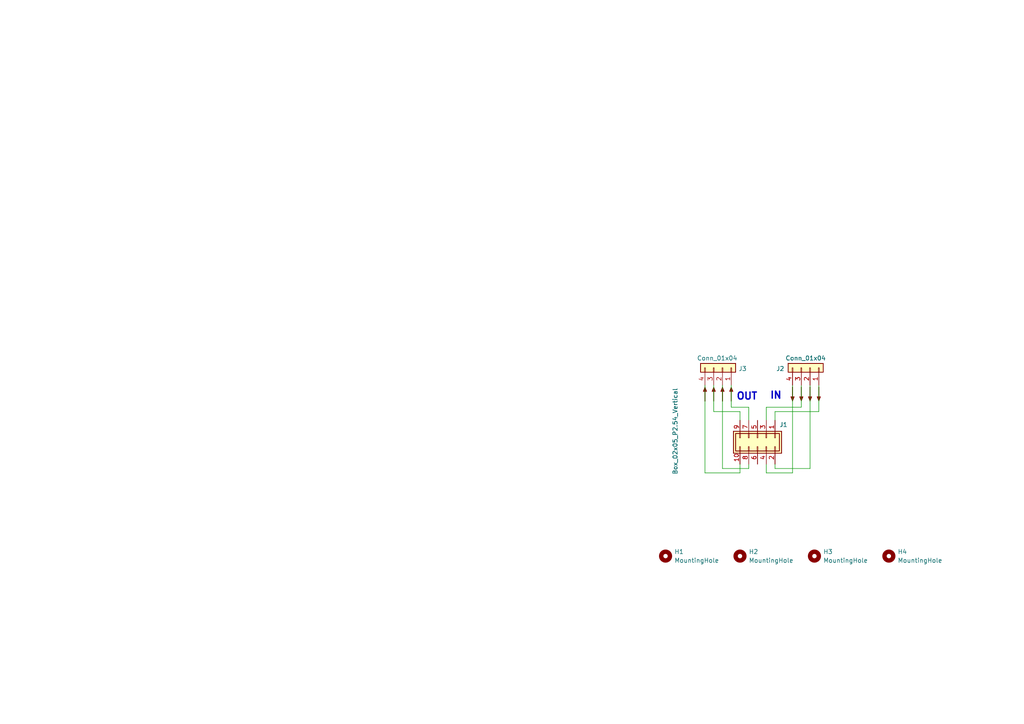
<source format=kicad_sch>
(kicad_sch (version 20231120) (generator "eeschema") (generator_version "8.0")
  (paper "A4")
  (title_block (date "2024-10-18"))
  (lib_symbols
    (symbol "Connector_Generic:Conn_01x04" (pin_names (offset 1.016) hide)
      (property "Reference" "J" (at 0 5.08 0))
      (property "Value" "Conn_01x04" (at 0 -7.62 0))
      (symbol "Conn_01x04_1_1"
        (rectangle (start -1.27 -4.953) (end 0 -5.207) (stroke (width 0.1524)))
        (rectangle (start -1.27 -2.413) (end 0 -2.667) (stroke (width 0.1524)))
        (rectangle (start -1.27 0.127) (end 0 -0.127) (stroke (width 0.1524)))
        (rectangle (start -1.27 2.667) (end 0 2.413) (stroke (width 0.1524)))
        (rectangle (start -1.27 3.81) (end 1.27 -6.35) (stroke (width 0.254)) (fill (type background)))
        (pin passive line (at -5.08 2.54 0) (length 3.81) (name "Pin_1") (number "1"))
        (pin passive line (at -5.08 0 0) (length 3.81) (name "Pin_2") (number "2"))
        (pin passive line (at -5.08 -2.54 0) (length 3.81) (name "Pin_3") (number "3"))
        (pin passive line (at -5.08 -5.08 0) (length 3.81) (name "Pin_4") (number "4"))
      )
    )
    (symbol "Graphic:SYM_Arrow_Small" (in_bom no) (on_board no)
      (symbol "SYM_Arrow_Small_0_1"
        (polyline (pts (xy 1.524 0) (xy -2.032 0)) (stroke (width 0.254)))
        (polyline (pts (xy 2.032 0) (xy 0.762 -0.508) (xy 0.762 0.508) (xy 2.032 0)) (fill (type outline)))
      )
    )
    (symbol "_kh_library:Box_02x05_P2.54_Vertical" (pin_names (offset 1.016) hide)
      (property "Reference" "J" (at 1.27 5.588 0))
      (property "Value" "Box_02x05_P2.54_Vertical" (at 1.27 -11.176 0))
      (symbol "Box_02x05_P2.54_Vertical_1_1"
        (rectangle (start -1.905 4.445) (end 4.445 -9.525) (stroke (width 0.254)) (fill (type background)))
        (rectangle (start -1.27 -7.493) (end 0 -7.747) (stroke (width 0.1524)))
        (rectangle (start -1.27 -4.953) (end 0 -5.207) (stroke (width 0.1524)))
        (rectangle (start -1.27 -2.413) (end 0 -2.667) (stroke (width 0.1524)))
        (rectangle (start -1.27 0.127) (end 0 -0.127) (stroke (width 0.1524)))
        (rectangle (start -1.27 2.667) (end 0 2.413) (stroke (width 0.1524)))
        (rectangle (start -1.27 3.81) (end 3.81 -8.89) (stroke (width 0.254)) (fill (type background)))
        (rectangle (start 2.54 -7.493) (end 3.81 -7.747) (stroke (width 0.1524)))
        (rectangle (start 2.54 -4.953) (end 3.81 -5.207) (stroke (width 0.1524)))
        (rectangle (start 2.54 -2.413) (end 3.81 -2.667) (stroke (width 0.1524)))
        (rectangle (start 3.81 0.127) (end 2.54 -0.127) (stroke (width 0.1524)))
        (rectangle (start 3.81 2.667) (end 2.54 2.413) (stroke (width 0.1524)))
        (pin passive line (at -5.08 2.54 0) (length 3.81) (name "Pin_1") (number "1"))
        (pin passive line (at 7.62 -7.62 180) (length 3.81) (name "Pin_10") (number "10"))
        (pin passive line (at 7.62 2.54 180) (length 3.81) (name "Pin_2") (number "2"))
        (pin passive line (at -5.08 0 0) (length 3.81) (name "Pin_3") (number "3"))
        (pin passive line (at 7.62 0 180) (length 3.81) (name "Pin_4") (number "4"))
        (pin passive line (at -5.08 -2.54 0) (length 3.81) (name "Pin_5") (number "5"))
        (pin passive line (at 7.62 -2.54 180) (length 3.81) (name "Pin_6") (number "6"))
        (pin passive line (at -5.08 -5.08 0) (length 3.81) (name "Pin_7") (number "7"))
        (pin passive line (at 7.62 -5.08 180) (length 3.81) (name "Pin_8") (number "8"))
        (pin passive line (at -5.08 -7.62 0) (length 3.81) (name "Pin_9") (number "9"))
      )
    )
    (symbol "_kh_library:MountingHole" (pin_names (offset 1.016)) (exclude_from_sim yes) (in_bom no)
      (property "Reference" "H" (at 0 5.08 0))
      (property "Value" "MountingHole" (at 0 3.175 0))
      (symbol "MountingHole_0_1"
        (circle (center 0 0) (radius 1.27) (stroke (width 1.27)))
      )
    )
  )
  (wire (pts (xy 222.25 121.92) (xy 222.25 118.11)))
  (wire (pts (xy 214.63 121.92) (xy 214.63 119.38)))
  (wire (pts (xy 222.25 118.11) (xy 232.41 118.11)))
  (wire (pts (xy 224.79 134.62) (xy 224.79 135.89)))
  (wire (pts (xy 214.63 137.16) (xy 204.47 137.16)))
  (wire (pts (xy 229.87 137.16) (xy 222.25 137.16)))
  (wire (pts (xy 217.17 118.11) (xy 212.09 118.11)))
  (wire (pts (xy 209.55 135.89) (xy 217.17 135.89)))
  (wire (pts (xy 209.55 111.76) (xy 209.55 135.89)))
  (wire (pts (xy 224.79 119.38) (xy 237.49 119.38)))
  (wire (pts (xy 214.63 119.38) (xy 207.01 119.38)))
  (wire (pts (xy 229.87 111.76) (xy 229.87 137.16)))
  (wire (pts (xy 222.25 137.16) (xy 222.25 134.62)))
  (wire (pts (xy 237.49 119.38) (xy 237.49 111.76)))
  (wire (pts (xy 204.47 111.76) (xy 204.47 137.16)))
  (wire (pts (xy 207.01 111.76) (xy 207.01 119.38)))
  (wire (pts (xy 217.17 121.92) (xy 217.17 118.11)))
  (wire (pts (xy 217.17 135.89) (xy 217.17 134.62)))
  (wire (pts (xy 224.79 121.92) (xy 224.79 119.38)))
  (wire (pts (xy 234.95 111.76) (xy 234.95 135.89)))
  (wire (pts (xy 212.09 118.11) (xy 212.09 111.76)))
  (wire (pts (xy 214.63 134.62) (xy 214.63 137.16)))
  (wire (pts (xy 232.41 118.11) (xy 232.41 111.76)))
  (wire (pts (xy 224.79 135.89) (xy 234.95 135.89)))
  (text "OUT" (at 216.662 115.062 0) (effects (font (size 2.032 2.032) (thickness 0.4064) (bold yes))))
  (text "IN" (at 225.044 114.808 0) (effects (font (size 2.032 2.032) (thickness 0.4064) (bold yes))))
  (symbol (lib_id "_kh_library:MountingHole") (at 193.04 161.29 0) (unit 1) (exclude_from_sim yes) (in_bom no)
    (property "Reference" "H1" (at 195.58 160.0199 0) (effects (justify left)))
    (property "Value" "MountingHole" (at 195.58 162.5599 0) (effects (justify left)))
    (property "Footprint" "_kh_library:MountingHole_2.2mm_M2_Pad_TopBottom_kh" (effects (hide yes)))
    (property "Description" "Mounting Hole without connection" (effects (hide yes)))
  )
  (symbol (lib_id "_kh_library:MountingHole") (at 257.81 161.29 0) (unit 1) (exclude_from_sim yes) (in_bom no)
    (property "Reference" "H4" (at 260.35 160.0199 0) (effects (justify left)))
    (property "Value" "MountingHole" (at 260.35 162.5599 0) (effects (justify left)))
    (property "Footprint" "_kh_library:MountingHole_2.2mm_M2_Pad_TopBottom_kh" (effects (hide yes)))
    (property "Description" "Mounting Hole without connection" (effects (hide yes)))
  )
  (symbol (lib_id "Graphic:SYM_Arrow_Small") (at 204.47 114.3 90) (unit 1) (exclude_from_sim yes) (in_bom no) (on_board no)
    (property "Reference" "#SYM8" (effects (hide yes)))
    (property "Value" "SYM_Arrow_Small" (effects (hide yes)))
    (property "Description" "Filled arrow, 160mil" (effects (hide yes)))
  )
  (symbol (lib_id "Graphic:SYM_Arrow_Small") (at 207.01 114.3 90) (unit 1) (exclude_from_sim yes) (in_bom no) (on_board no)
    (property "Reference" "#SYM6" (effects (hide yes)))
    (property "Value" "SYM_Arrow_Small" (effects (hide yes)))
    (property "Description" "Filled arrow, 160mil" (effects (hide yes)))
  )
  (symbol (lib_id "Graphic:SYM_Arrow_Small") (at 234.95 114.3 270) (unit 1) (exclude_from_sim yes) (in_bom no) (on_board no)
    (property "Reference" "#SYM3" (effects (hide yes)))
    (property "Value" "SYM_Arrow_Small" (effects (hide yes)))
    (property "Description" "Filled arrow, 160mil" (effects (hide yes)))
  )
  (symbol (lib_id "Connector_Generic:Conn_01x04") (at 209.55 106.68 270) (mirror x) (unit 1)
    (property "Reference" "J3" (at 215.392 106.934 90))
    (property "Value" "Conn_01x04" (at 208.026 103.886 90))
    (property "Footprint" "_kh_library:PinSocket_1x04_P2.54mm_Vertical_kh" (effects (hide yes)))
    (property "Description" "Generic connector, single row, 01x04, script generated (kicad-library-utils/schlib/autogen/connector/)" (effects (hide yes)))
  )
  (symbol (lib_id "Graphic:SYM_Arrow_Small") (at 209.55 114.3 90) (unit 1) (exclude_from_sim yes) (in_bom no) (on_board no)
    (property "Reference" "#SYM7" (effects (hide yes)))
    (property "Value" "SYM_Arrow_Small" (effects (hide yes)))
    (property "Description" "Filled arrow, 160mil" (effects (hide yes)))
  )
  (symbol (lib_id "Graphic:SYM_Arrow_Small") (at 212.09 114.3 90) (unit 1) (exclude_from_sim yes) (in_bom no) (on_board no)
    (property "Reference" "#SYM5" (effects (hide yes)))
    (property "Value" "SYM_Arrow_Small" (effects (hide yes)))
    (property "Description" "Filled arrow, 160mil" (effects (hide yes)))
  )
  (symbol (lib_id "Connector_Generic:Conn_01x04") (at 234.95 106.68 270) (mirror x) (unit 1)
    (property "Reference" "J2" (at 226.314 106.934 90))
    (property "Value" "Conn_01x04" (at 233.68 103.886 90))
    (property "Footprint" "_kh_library:PinSocket_1x04_P2.54mm_Vertical_kh" (effects (hide yes)))
    (property "Description" "Generic connector, single row, 01x04, script generated (kicad-library-utils/schlib/autogen/connector/)" (effects (hide yes)))
  )
  (symbol (lib_id "_kh_library:MountingHole") (at 214.63 161.29 0) (unit 1) (exclude_from_sim yes) (in_bom no)
    (property "Reference" "H2" (at 217.17 160.0199 0) (effects (justify left)))
    (property "Value" "MountingHole" (at 217.17 162.5599 0) (effects (justify left)))
    (property "Footprint" "_kh_library:MountingHole_2.2mm_M2_Pad_TopBottom_kh" (effects (hide yes)))
    (property "Description" "Mounting Hole without connection" (effects (hide yes)))
  )
  (symbol (lib_id "Graphic:SYM_Arrow_Small") (at 232.41 114.3 270) (unit 1) (exclude_from_sim yes) (in_bom no) (on_board no)
    (property "Reference" "#SYM2" (effects (hide yes)))
    (property "Value" "SYM_Arrow_Small" (effects (hide yes)))
    (property "Description" "Filled arrow, 160mil" (effects (hide yes)))
  )
  (symbol (lib_id "Graphic:SYM_Arrow_Small") (at 229.87 114.3 270) (unit 1) (exclude_from_sim yes) (in_bom no) (on_board no)
    (property "Reference" "#SYM1" (effects (hide yes)))
    (property "Value" "SYM_Arrow_Small" (effects (hide yes)))
    (property "Description" "Filled arrow, 160mil" (effects (hide yes)))
  )
  (symbol (lib_id "_kh_library:MountingHole") (at 236.22 161.29 0) (unit 1) (exclude_from_sim yes) (in_bom no)
    (property "Reference" "H3" (at 238.76 160.0199 0) (effects (justify left)))
    (property "Value" "MountingHole" (at 238.76 162.5599 0) (effects (justify left)))
    (property "Footprint" "_kh_library:MountingHole_2.2mm_M2_Pad_TopBottom_kh" (effects (hide yes)))
    (property "Description" "Mounting Hole without connection" (effects (hide yes)))
  )
  (symbol (lib_id "Graphic:SYM_Arrow_Small") (at 237.49 114.3 270) (unit 1) (exclude_from_sim yes) (in_bom no) (on_board no)
    (property "Reference" "#SYM4" (effects (hide yes)))
    (property "Value" "SYM_Arrow_Small" (effects (hide yes)))
    (property "Description" "Filled arrow, 160mil" (effects (hide yes)))
  )
  (symbol (lib_id "_kh_library:Box_02x05_P2.54_Vertical") (at 222.25 127 270) (unit 1)
    (property "Reference" "J1" (at 226.06 123.19 90) (effects (justify left)))
    (property "Value" "Box_02x05_P2.54_Vertical" (at 195.834 112.522 0) (effects (justify left)))
    (property "Footprint" "_kh_library:Box_02x05_P2.54mm_Vertical_kh" (effects (hide yes)))
    (property "Description" "Box Header connector, double row, 02x05, odd/even pin numbering scheme" (effects (hide yes)))
  )
)
</source>
